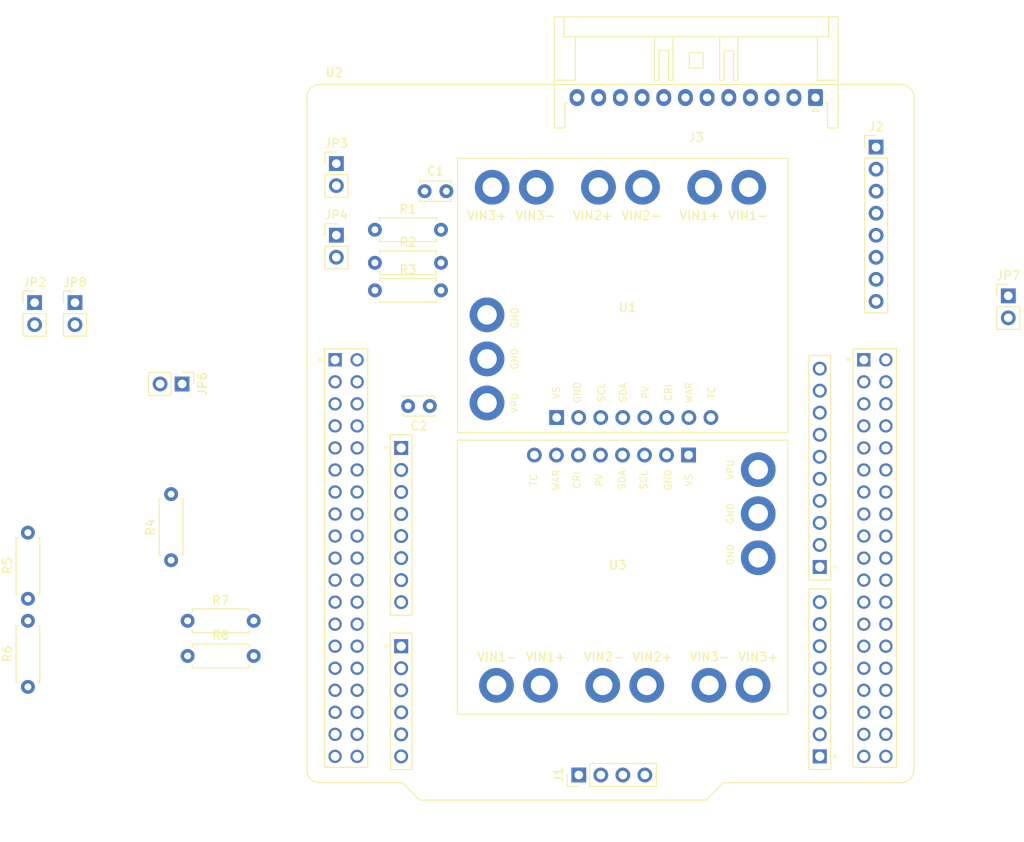
<source format=kicad_pcb>
(kicad_pcb (version 20211014) (generator pcbnew)
  (layers (0 "F.Cu" signal) (31 "B.Cu" signal) (34 "B.Paste" user) (35 "F.Paste" user) (36 "B.SilkS" user "B.Silkscreen") (37 "F.SilkS" user "F.Silkscreen") (38 "B.Mask" user) (39 "F.Mask" user) (44 "Edge.Cuts" user))
  (net 0 "")
  (net 1 "GND")
  (net 2 "5VCPU")
  (net 3 "3V3")
  (net 4 "Net-(JP8-Pad2)")
  (net 5 "Net-(R1-Pad2)")
  (net 6 "Net-(R2-Pad2)")
  (net 7 "Net-(R3-Pad2)")
  (net 59 "Net-(JP2-Pad2)")
  (net 60 "Net-(JP3-Pad2)")
  (net 61 "Net-(JP4-Pad2)")
  (net 62 "SPICLK")
  (net 63 "MISO")
  (net 64 "MOSI")
  (net 65 "I1A")
  (net 66 "I1B")
  (net 67 "I3A")
  (net 68 "I3B")
  (net 70 "I2C3_SDA")
  (net 71 "I2C3_SCL")
  (net 73 "Net-(R5-Pad2)")
  (net 74 "I2C3_CK")
  (net 75 "Net-(R6-Pad2)")
  (net 76 "I2C3_DTA")
  (net 78 "+12V")
  (net 79 "+5V")
  (net 80 "Net-(U2-PadCN7_4)")
  (net 81 "Net-(U2-PadCN10_2)")
  (net 87 "Net-(U3-Pad6)")
  (net 88 "+3V3")
  (net 89 "I5B")
  (net 90 "I6B")
  (net 91 "TRACK0_1")
  (net 92 "TRACK1_1")
  (net 93 "TRACK2_0")
  (net 94 "TRACK2_1")
  (net 95 "TRACK3_0")
  (net 96 "TRACK3_1")
  (net 97 "I2B")
  (net 98 "I4B")
  (footprint "Resistor_THT:R_Axial_DIN0207_L6.3mm_D2.5mm_P7.62mm_Horizontal" (layer "F.Cu") (at 80.01 87.63)
    (fp_text reference "R3" (at 3.81 -2.37) (layer "F.SilkS"))
    (fp_text value "10k")
    (fp_line (start 0.54 -1.04) (end 0.54 -1.37) (layer "F.SilkS") (width 0.12))
    (fp_line (start 0.54 -1.37) (end 7.08 -1.37) (layer "F.SilkS") (width 0.12))
    (fp_line (start 7.08 1.37) (end 7.08 1.04) (layer "F.SilkS") (width 0.12))
    (fp_line (start 0.54 1.04) (end 0.54 1.37) (layer "F.SilkS") (width 0.12))
    (fp_line (start 0.54 1.37) (end 7.08 1.37) (layer "F.SilkS") (width 0.12))
    (fp_line (start 7.08 -1.37) (end 7.08 -1.04) (layer "F.SilkS") (width 0.12))
    (pad "1" thru_hole circle (at 0 0) (size 1.6 1.6) (drill 0.8) (layers *.Cu *.Mask) (net 3 "3V3"))
    (pad "2" thru_hole oval (at 7.62 0) (size 1.6 1.6) (drill 0.8) (layers *.Cu *.Mask) (net 7 "Net-(R3-Pad2)"))
  )
  (footprint "Connector_PinHeader_2.54mm:PinHeader_1x02_P2.54mm_Vertical" (layer "F.Cu") (at 153.035 88.26)
    (fp_text reference "JP7" (at 0 -2.33) (layer "F.SilkS"))
    (fp_text value "SJ")
    (fp_line (start -1.33 0) (end -1.33 -1.33) (layer "F.SilkS") (width 0.12))
    (fp_line (start -1.33 1.27) (end -1.33 3.87) (layer "F.SilkS") (width 0.12))
    (fp_line (start 1.33 1.27) (end 1.33 3.87) (layer "F.SilkS") (width 0.12))
    (fp_line (start -1.33 1.27) (end 1.33 1.27) (layer "F.SilkS") (width 0.12))
    (fp_line (start -1.33 3.87) (end 1.33 3.87) (layer "F.SilkS") (width 0.12))
    (fp_line (start -1.33 -1.33) (end 0 -1.33) (layer "F.SilkS") (width 0.12))
    (pad "1" thru_hole rect (at 0 0) (size 1.7 1.7) (drill 1) (layers *.Cu *.Mask) (net 74 "I2C3_CK"))
    (pad "2" thru_hole oval (at 0 2.54) (size 1.7 1.7) (drill 1) (layers *.Cu *.Mask) (net 81 "Net-(U2-PadCN10_2)"))
  )
  (footprint "Connector_PinHeader_2.54mm:PinHeader_1x08_P2.54mm_Vertical" (layer "F.Cu") (at 137.795 71.12)
    (fp_text reference "J2" (at 0 -2.33) (layer "F.SilkS"))
    (fp_text value "Conn_01x08_Female")
    (fp_line (start 1.33 1.27) (end 1.33 19.11) (layer "F.SilkS") (width 0.12))
    (fp_line (start -1.33 1.27) (end 1.33 1.27) (layer "F.SilkS") (width 0.12))
    (fp_line (start -1.33 1.27) (end -1.33 19.11) (layer "F.SilkS") (width 0.12))
    (fp_line (start -1.33 -1.33) (end 0 -1.33) (layer "F.SilkS") (width 0.12))
    (fp_line (start -1.33 0) (end -1.33 -1.33) (layer "F.SilkS") (width 0.12))
    (fp_line (start -1.33 19.11) (end 1.33 19.11) (layer "F.SilkS") (width 0.12))
    (pad "1" thru_hole rect (at 0 0) (size 1.7 1.7) (drill 1) (layers *.Cu *.Mask) (net 65 "I1A"))
    (pad "2" thru_hole oval (at 0 2.54) (size 1.7 1.7) (drill 1) (layers *.Cu *.Mask) (net 91 "TRACK0_1"))
    (pad "3" thru_hole oval (at 0 5.08) (size 1.7 1.7) (drill 1) (layers *.Cu *.Mask) (net 67 "I3A"))
    (pad "4" thru_hole oval (at 0 7.62) (size 1.7 1.7) (drill 1) (layers *.Cu *.Mask) (net 92 "TRACK1_1"))
    (pad "5" thru_hole oval (at 0 10.16) (size 1.7 1.7) (drill 1) (layers *.Cu *.Mask) (net 93 "TRACK2_0"))
    (pad "6" thru_hole oval (at 0 12.7) (size 1.7 1.7) (drill 1) (layers *.Cu *.Mask) (net 94 "TRACK2_1"))
    (pad "7" thru_hole oval (at 0 15.24) (size 1.7 1.7) (drill 1) (layers *.Cu *.Mask) (net 95 "TRACK3_0"))
    (pad "8" thru_hole oval (at 0 17.78) (size 1.7 1.7) (drill 1) (layers *.Cu *.Mask) (net 96 "TRACK3_1"))
  )
  (footprint "Resistor_THT:R_Axial_DIN0207_L6.3mm_D2.5mm_P7.62mm_Horizontal" (layer "F.Cu") (at 40.005 123.19 90)
    (fp_text reference "R5" (at 3.81 -2.37 90) (layer "F.SilkS"))
    (fp_text value "10k")
    (fp_line (start 0.54 -1.37) (end 7.08 -1.37) (layer "F.SilkS") (width 0.12))
    (fp_line (start 0.54 1.04) (end 0.54 1.37) (layer "F.SilkS") (width 0.12))
    (fp_line (start 0.54 -1.04) (end 0.54 -1.37) (layer "F.SilkS") (width 0.12))
    (fp_line (start 7.08 -1.37) (end 7.08 -1.04) (layer "F.SilkS") (width 0.12))
    (fp_line (start 0.54 1.37) (end 7.08 1.37) (layer "F.SilkS") (width 0.12))
    (fp_line (start 7.08 1.37) (end 7.08 1.04) (layer "F.SilkS") (width 0.12))
    (pad "1" thru_hole circle (at 0 0 90) (size 1.6 1.6) (drill 0.8) (layers *.Cu *.Mask) (net 3 "3V3"))
    (pad "2" thru_hole oval (at 7.62 0 90) (size 1.6 1.6) (drill 0.8) (layers *.Cu *.Mask) (net 73 "Net-(R5-Pad2)"))
  )
  (footprint "Resistor_THT:R_Axial_DIN0207_L6.3mm_D2.5mm_P7.62mm_Horizontal" (layer "F.Cu") (at 56.515 118.745 90)
    (fp_text reference "R4" (at 3.81 -2.37 90) (layer "F.SilkS"))
    (fp_text value "10k")
    (fp_line (start 7.08 -1.37) (end 7.08 -1.04) (layer "F.SilkS") (width 0.12))
    (fp_line (start 0.54 1.37) (end 7.08 1.37) (layer "F.SilkS") (width 0.12))
    (fp_line (start 0.54 -1.04) (end 0.54 -1.37) (layer "F.SilkS") (width 0.12))
    (fp_line (start 0.54 -1.37) (end 7.08 -1.37) (layer "F.SilkS") (width 0.12))
    (fp_line (start 0.54 1.04) (end 0.54 1.37) (layer "F.SilkS") (width 0.12))
    (fp_line (start 7.08 1.37) (end 7.08 1.04) (layer "F.SilkS") (width 0.12))
    (pad "1" thru_hole circle (at 0 0 90) (size 1.6 1.6) (drill 0.8) (layers *.Cu *.Mask) (net 3 "3V3"))
    (pad "2" thru_hole oval (at 7.62 0 90) (size 1.6 1.6) (drill 0.8) (layers *.Cu *.Mask) (net 87 "Net-(U3-Pad6)"))
  )
  (footprint "Connector_PinHeader_2.54mm:PinHeader_1x04_P2.54mm_Vertical" (layer "F.Cu") (at 103.515 143.51 90)
    (fp_text reference "J1" (at 0 -2.33 90) (layer "F.SilkS"))
    (fp_text value "Conn_01x04_Female")
    (fp_line (start -1.33 8.95) (end 1.33 8.95) (layer "F.SilkS") (width 0.12))
    (fp_line (start -1.33 1.27) (end -1.33 8.95) (layer "F.SilkS") (width 0.12))
    (fp_line (start -1.33 1.27) (end 1.33 1.27) (layer "F.SilkS") (width 0.12))
    (fp_line (start -1.33 0) (end -1.33 -1.33) (layer "F.SilkS") (width 0.12))
    (fp_line (start -1.33 -1.33) (end 0 -1.33) (layer "F.SilkS") (width 0.12))
    (fp_line (start 1.33 1.27) (end 1.33 8.95) (layer "F.SilkS") (width 0.12))
    (pad "1" thru_hole rect (at 0 0 90) (size 1.7 1.7) (drill 1) (layers *.Cu *.Mask) (net 78 "+12V"))
    (pad "2" thru_hole oval (at 0 2.54 90) (size 1.7 1.7) (drill 1) (layers *.Cu *.Mask) (net 1 "GND"))
    (pad "3" thru_hole oval (at 0 5.08 90) (size 1.7 1.7) (drill 1) (layers *.Cu *.Mask) (net 79 "+5V"))
    (pad "4" thru_hole oval (at 0 7.62 90) (size 1.7 1.7) (drill 1) (layers *.Cu *.Mask) (net 2 "5VCPU"))
  )
  (footprint "Connector_PinHeader_2.54mm:PinHeader_1x02_P2.54mm_Vertical" (layer "F.Cu") (at 57.785 98.425 -90)
    (fp_text reference "JP6" (at 0 -2.33 90) (layer "F.SilkS"))
    (fp_text value "SJ")
    (fp_line (start -1.33 1.27) (end 1.33 1.27) (layer "F.SilkS") (width 0.12))
    (fp_line (start -1.33 -1.33) (end 0 -1.33) (layer "F.SilkS") (width 0.12))
    (fp_line (start -1.33 1.27) (end -1.33 3.87) (layer "F.SilkS") (width 0.12))
    (fp_line (start 1.33 1.27) (end 1.33 3.87) (layer "F.SilkS") (width 0.12))
    (fp_line (start -1.33 3.87) (end 1.33 3.87) (layer "F.SilkS") (width 0.12))
    (fp_line (start -1.33 0) (end -1.33 -1.33) (layer "F.SilkS") (width 0.12))
    (pad "1" thru_hole rect (at 0 0 270) (size 1.7 1.7) (drill 1) (layers *.Cu *.Mask))
    (pad "2" thru_hole oval (at 0 2.54 270) (size 1.7 1.7) (drill 1) (layers *.Cu *.Mask) (net 80 "Net-(U2-PadCN7_4)"))
  )
  (footprint "Resistor_THT:R_Axial_DIN0207_L6.3mm_D2.5mm_P7.62mm_Horizontal" (layer "F.Cu") (at 58.42 129.78)
    (fp_text reference "R8" (at 3.81 -2.37) (layer "F.SilkS"))
    (fp_text value "10k")
    (fp_line (start 7.08 1.37) (end 7.08 1.04) (layer "F.SilkS") (width 0.12))
    (fp_line (start 0.54 1.37) (end 7.08 1.37) (layer "F.SilkS") (width 0.12))
    (fp_line (start 7.08 -1.37) (end 7.08 -1.04) (layer "F.SilkS") (width 0.12))
    (fp_line (start 0.54 1.04) (end 0.54 1.37) (layer "F.SilkS") (width 0.12))
    (fp_line (start 0.54 -1.37) (end 7.08 -1.37) (layer "F.SilkS") (width 0.12))
    (fp_line (start 0.54 -1.04) (end 0.54 -1.37) (layer "F.SilkS") (width 0.12))
    (pad "1" thru_hole circle (at 0 0) (size 1.6 1.6) (drill 0.8) (layers *.Cu *.Mask) (net 70 "I2C3_SDA"))
    (pad "2" thru_hole oval (at 7.62 0) (size 1.6 1.6) (drill 0.8) (layers *.Cu *.Mask) (net 88 "+3V3"))
  )
  (footprint "Connector_PinHeader_2.54mm:PinHeader_1x02_P2.54mm_Vertical" (layer "F.Cu") (at 40.78 89.045)
    (fp_text reference "JP2" (at 0 -2.33) (layer "F.SilkS"))
    (fp_text value "SJ")
    (fp_line (start -1.33 1.27) (end -1.33 3.87) (layer "F.SilkS") (width 0.12))
    (fp_line (start -1.33 3.87) (end 1.33 3.87) (layer "F.SilkS") (width 0.12))
    (fp_line (start -1.33 0) (end -1.33 -1.33) (layer "F.SilkS") (width 0.12))
    (fp_line (start 1.33 1.27) (end 1.33 3.87) (layer "F.SilkS") (width 0.12))
    (fp_line (start -1.33 -1.33) (end 0 -1.33) (layer "F.SilkS") (width 0.12))
    (fp_line (start -1.33 1.27) (end 1.33 1.27) (layer "F.SilkS") (width 0.12))
    (pad "1" thru_hole rect (at 0 0) (size 1.7 1.7) (drill 1) (layers *.Cu *.Mask) (net 63 "MISO"))
    (pad "2" thru_hole oval (at 0 2.54) (size 1.7 1.7) (drill 1) (layers *.Cu *.Mask) (net 59 "Net-(JP2-Pad2)"))
  )
  (footprint "nucleo-64:MODULE_NUCLEO-G491RE" (layer "F.Cu") (at 107.17 105.15)
    (fp_text reference "U2" (at -31.825 -42.635) (layer "F.SilkS"))
    (fp_text value "NUCLEO-G491RE")
    (fp_line (start -22.88 21.99) (end -25.38 21.99) (layer "F.SilkS") (width 0.127))
    (fp_line (start 25.38 16.91) (end 22.88 16.91) (layer "F.SilkS") (width 0.127))
    (fp_line (start -27.98 37.48) (end -27.98 -10.78) (layer "F.SilkS") (width 0.127))
    (fp_line (start -35 37.75) (end -35 -39.75) (layer "F.SilkS") (width 0.127))
    (fp_line (start 22.88 15.89) (end 25.38 15.89) (layer "F.SilkS") (width 0.127))
    (fp_line (start -32.98 37.48) (end -27.98 37.48) (layer "F.SilkS") (width 0.127))
    (fp_line (start 22.88 -10.01) (end 22.88 15.89) (layer "F.SilkS") (width 0.127))
    (fp_line (start -22 41.25) (end -24 39.25) (layer "F.SilkS") (width 0.127))
    (fp_line (start -22.88 19.95) (end -22.88 -0.87) (layer "F.SilkS") (width 0.127))
    (fp_line (start -25.38 21.99) (end -25.38 37.73) (layer "F.SilkS") (width 0.127))
    (fp_line (start -25.38 19.95) (end -22.88 19.95) (layer "F.SilkS") (width 0.127))
    (fp_line (start 25.38 15.89) (end 25.38 -10.01) (layer "F.SilkS") (width 0.127))
    (fp_line (start 33.5 39.25) (end 13 39.25) (layer "F.SilkS") (width 0.127))
    (fp_line (start 32.98 37.48) (end 32.98 -10.78) (layer "F.SilkS") (width 0.127))
    (fp_line (start 25.38 -10.01) (end 22.88 -10.01) (layer "F.SilkS") (width 0.127))
    (fp_line (start -22.88 -0.87) (end -25.38 -0.87) (layer "F.SilkS") (width 0.127))
    (fp_line (start 22.88 16.91) (end 22.88 37.73) (layer "F.SilkS") (width 0.127))
    (fp_line (start -33.5 -41.25) (end 33.5 -41.25) (layer "F.SilkS") (width 0.127))
    (fp_line (start 35 -39.75) (end 35 37.75) (layer "F.SilkS") (width 0.127))
    (fp_line (start 13 39.25) (end 11 41.25) (layer "F.SilkS") (width 0.127))
    (fp_line (start -27.98 -10.78) (end -32.98 -10.78) (layer "F.SilkS") (width 0.127))
    (fp_line (start -22.88 37.73) (end -22.88 21.99) (layer "F.SilkS") (width 0.127))
    (fp_line (start 11 41.25) (end -22 41.25) (layer "F.SilkS") (width 0.127))
    (fp_line (start -25.38 -0.87) (end -25.38 19.95) (layer "F.SilkS") (width 0.127))
    (fp_line (start -32.98 -10.78) (end -32.98 37.48) (layer "F.SilkS") (width 0.127))
    (fp_line (start 22.88 37.73) (end 25.38 37.73) (layer "F.SilkS") (width 0.127))
    (fp_line (start 27.98 37.48) (end 32.98 37.48) (layer "F.SilkS") (width 0.127))
    (fp_line (start 32.98 -10.78) (end 27.98 -10.78) (layer "F.SilkS") (width 0.127))
    (fp_line (start 25.38 37.73) (end 25.38 16.91) (layer "F.SilkS") (width 0.127))
    (fp_line (start -24 39.25) (end -33.5 39.25) (layer "F.SilkS") (width 0.127))
    (fp_line (start 27.98 -10.78) (end 27.98 37.48) (layer "F.SilkS") (width 0.127))
    (fp_line (start -25.38 37.73) (end -22.88 37.73) (layer "F.SilkS") (width 0.127))
    (fp_arc (start 33.5 -41.25) (mid 34.56066 -40.81066) (end 35 -39.75) (layer "F.SilkS") (width 0.127))
    (fp_arc (start -35 -39.75) (mid -34.56066 -40.81066) (end -33.5 -41.25) (layer "F.SilkS") (width 0.127))
    (fp_arc (start 35 37.75) (mid 34.56066 38.81066) (end 33.5 39.25) (layer "F.SilkS") (width 0.127))
    (fp_arc (start -33.5 39.25) (mid -34.56066 38.81066) (end -35 37.75) (layer "F.SilkS") (width 0.127))
    (fp_circle (center 27.46 -9.51) (end 27.56 -9.51) (layer "F.SilkS") (width 0.2) (fill none))
    (fp_circle (center -25.88 23.51) (end -25.78 23.51) (layer "F.SilkS") (width 0.2) (fill none))
    (fp_circle (center -25.88 0.65) (end -25.78 0.65) (layer "F.SilkS") (width 0.2) (fill none))
    (fp_circle (center 25.88 14.37) (end 25.98 14.37) (layer "F.SilkS") (width 0.2) (fill none))
    (fp_circle (center -33.5 -9.51) (end -33.4 -9.51) (layer "F.SilkS") (width 0.2) (fill none))
    (fp_circle (center 25.88 36.21) (end 25.98 36.21) (layer "F.SilkS") (width 0.2) (fill none))
    (pad "" np_thru_hole circle (at -24.13 -13.32) (size 3 3) (drill 3) (layers *.Cu *.Mask))
    (pad "" np_thru_hole circle (at 8.89 38.75) (size 3 3) (drill 3) (layers *.Cu *.Mask))
    (pad "" np_thru_hole circle (at 24.13 -12.05) (size 3 3) (drill 3) (layers *.Cu *.Mask))
    (pad "CN5_1" thru_hole rect (at 24.13 14.37) (size 1.605 1.605) (drill 1.07) (layers *.Cu *.Mask))
    (pad "CN5_2" thru_hole circle (at 24.13 11.83) (size 1.605 1.605) (drill 1.07) (layers *.Cu *.Mask))
    (pad "CN5_3" thru_hole circle (at 24.13 9.29) (size 1.605 1.605) (drill 1.07) (layers *.Cu *.Mask))
    (pad "CN5_4" thru_hole circle (at 24.13 6.75) (size 1.605 1.605) (drill 1.07) (layers *.Cu *.Mask))
    (pad "CN5_5" thru_hole circle (at 24.13 4.21) (size 1.605 1.605) (drill 1.07) (layers *.Cu *.Mask))
    (pad "CN5_6" thru_hole circle (at 24.13 1.67) (size 1.605 1.605) (drill 1.07) (layers *.Cu *.Mask))
    (pad "CN5_7" thru_hole circle (at 24.13 -0.87) (size 1.605 1.605) (drill 1.07) (layers *.Cu *.Mask))
    (pad "CN5_8" thru_hole circle (at 24.13 -3.41) (size 1.605 1.605) (drill 1.07) (layers *.Cu *.Mask))
    (pad "CN5_9" thru_hole circle (at 24.13 -5.95) (size 1.605 1.605) (drill 1.07) (layers *.Cu *.Mask))
    (pad "CN5_10" thru_hole circle (at 24.13 -8.49) (size 1.605 1.605) (drill 1.07) (layers *.Cu *.Mask))
    (pad "CN6_1" thru_hole rect (at -24.13 0.65) (size 1.605 1.605) (drill 1.07) (layers *.Cu *.Mask))
    (pad "CN6_2" thru_hole circle (at -24.13 3.19) (size 1.605 1.605) (drill 1.07) (layers *.Cu *.Mask))
    (pad "CN6_3" thru_hole circle (at -24.13 5.73) (size 1.605 1.605) (drill 1.07) (layers *.Cu *.Mask))
    (pad "CN6_4" thru_hole circle (at -24.13 8.27) (size 1.605 1.605) (drill 1.07) (layers *.Cu *.Mask))
    (pad "CN6_5" thru_hole circle (at -24.13 10.81) (size 1.605 1.605) (drill 1.07) (layers *.Cu *.Mask))
    (pad "CN6_6" thru_hole circle (at -24.13 13.35) (size 1.605 1.605) (drill 1.07) (layers *.Cu *.Mask))
    (pad "CN6_7" thru_hole circle (at -24.13 15.89) (size 1.605 1.605) (drill 1.07) (layers *.Cu *.Mask))
    (pad "CN6_8" thru_hole circle (at -24.13 18.43) (size 1.605 1.605) (drill 1.07) (layers *.Cu *.Mask))
    (pad "CN7_1" thru_hole rect (at -31.75 -9.51) (size 1.53 1.53) (drill 1.02) (layers *.Cu *.Mask) (net 60 "Net-(JP3-Pad2)"))
    (pad "CN7_2" thru_hole circle (at -29.21 -9.51) (size 1.53 1.53) (drill 1.02) (layers *.Cu *.Mask) (net 59 "Net-(JP2-Pad2)"))
    (pad "CN7_3" thru_hole circle (at -31.75 -6.97) (size 1.53 1.53) (drill 1.02) (layers *.Cu *.Mask) (net 61 "Net-(JP4-Pad2)"))
    (pad "CN7_4" thru_hole circle (at -29.21 -6.97) (size 1.53 1.53) (drill 1.02) (layers *.Cu *.Mask) (net 80 "Net-(U2-PadCN7_4)"))
    (pad "CN7_5" thru_hole circle (at -31.75 -4.43) (size 1.53 1.53) (drill 1.02) (layers *.Cu *.Mask))
    (pad "CN7_6" thru_hole circle (at -29.21 -4.43) (size 1.53 1.53) (drill 1.02) (layers *.Cu *.Mask))
    (pad "CN7_7" thru_hole circle (at -31.75 -1.89) (size 1.53 1.53) (drill 1.02) (layers *.Cu *.Mask))
    (pad "CN7_8" thru_hole circle (at -29.21 -1.89) (size 1.53 1.53) (drill 1.02) (layers *.Cu *.Mask) (net 1 "GND"))
    (pad "CN7_9" thru_hole circle (at -31.75 0.65) (size 1.53 1.53) (drill 1.02) (layers *.Cu *.Mask))
    (pad "CN7_10" thru_hole circle (at -29.21 0.65) (size 1.53 1.53) (drill 1.02) (layers *.Cu *.Mask))
    (pad "CN7_11" thru_hole circle (at -31.75 3.19) (size 1.53 1.53) (drill 1.02) (layers *.Cu *.Mask))
    (pad "CN7_12" thru_hole circle (at -29.21 3.19) (size 1.53 1.53) (drill 1.02) (layers *.Cu *.Mask))
    (pad "CN7_13" thru_hole circle (at -31.75 5.73) (size 1.53 1.53) (drill 1.02) (layers *.Cu *.Mask))
    (pad "CN7_14" thru_hole circle (at -29.21 5.73) (size 1.53 1.53) (drill 1.02) (layers *.Cu *.Mask))
    (pad "CN7_15" thru_hole circle (at -31.75 8.27) (size 1.53 1.53) (drill 1.02) (layers *.Cu *.Mask))
    (pad "CN7_16" thru_hole circle (at -29.21 8.27) (size 1.53 1.53) (drill 1.02) (layers *.Cu *.Mask) (net 3 "3V3"))
    (pad "CN7_17" thru_hole circle (at -31.75 10.81) (size 1.53 1.53) (drill 1.02) (layers *.Cu *.Mask))
    (pad "CN7_18" thru_hole circle (at -29.21 10.81) (size 1.53 1.53) (drill 1.02) (layers *.Cu *.Mask) (net 2 "5VCPU"))
    (pad "CN7_19" thru_hole circle (at -31.75 13.35) (size 1.53 1.53) (drill 1.02) (layers *.Cu *.Mask))
    (pad "CN7_20" thru_hole circle (at -29.21 13.35) (size 1.53 1.53) (drill 1.02) (layers *.Cu *.Mask))
    (pad "CN7_21" thru_hole circle (at -31.75 15.89) (size 1.53 1.53) (drill 1.02) (layers *.Cu *.Mask))
    (pad "CN7_22" thru_hole circle (at -29.21 15.89) (size 1.53 1.53) (drill 1.02) (layers *.Cu *.Mask))
    (pad "CN7_23" thru_hole circle (at -31.75 18.43) (size 1.53 1.53) (drill 1.02) (layers *.Cu *.Mask))
    (pad "CN7_24" thru_hole circle (at -29.21 18.43) (size 1.53 1.53) (drill 1.02) (layers *.Cu *.Mask))
    (pad "CN7_25" thru_hole circle (at -31.75 20.97) (size 1.53 1.53) (drill 1.02) (layers *.Cu *.Mask))
    (pad "CN7_26" thru_hole circle (at -29.21 20.97) (size 1.53 1.53) (drill 1.02) (layers *.Cu *.Mask))
    (pad "CN7_27" thru_hole circle (at -31.75 23.51) (size 1.53 1.53) (drill 1.02) (layers *.Cu *.Mask))
    (pad "CN7_28" thru_hole circle (at -29.21 23.51) (size 1.53 1.53) (drill 1.02) (layers *.Cu *.Mask))
    (pad "CN7_29" thru_hole circle (at -31.75 26.05) (size 1.53 1.53) (drill 1.02) (layers *.Cu *.Mask))
    (pad "CN7_30" thru_hole circle (at -29.21 26.05) (size 1.53 1.53) (drill 1.02) (layers *.Cu *.Mask))
    (pad "CN7_31" thru_hole circle (at -31.75 28.59) (size 1.53 1.53) (drill 1.02) (layers *.Cu *.Mask))
    (pad "CN7_32" thru_hole circle (at -29.21 28.59) (size 1.53 1.53) (drill 1.02) (layers *.Cu *.Mask))
    (pad "CN7_33" thru_hole circle (at -31.75 31.13) (size 1.53 1.53) (drill 1.02) (layers *.Cu *.Mask))
    (pad "CN7_34" thru_hole circle (at -29.21 31.13) (size 1.53 1.53) (drill 1.02) (layers *.Cu *.Mask))
    (pad "CN7_35" thru_hole circle (at -31.75 33.67) (size 1.53 1.53) (drill 1.02) (layers *.Cu *.Mask))
    (pad "CN7_36" thru_hole circle (at -29.21 33.67) (size 1.53 1.53) (drill 1.02) (layers *.Cu *.Mask))
    (pad "CN7_37" thru_hole circle (at -31.75 36.21) (size 1.53 1.53) (drill 1.02) (layers *.Cu *.Mask))
    (pad "CN7_38" thru_hole circle (at -29.21 36.21) (size 1.53 1.53) (drill 1.02) (layers *.Cu *.Mask))
    (pad "CN8_1" thru_hole rect (at -24.13 23.51) (size 1.605 1.605) (drill 1.07) (layers *.Cu *.Mask))
    (pad "CN8_2" thru_hole circle (at -24.13 26.05) (size 1.605 1.605) (drill 1.07) (layers *.Cu *.Mask))
    (pad "CN8_3" thru_hole circle (at -24.13 28.59) (size 1.605 1.605) (drill 1.07) (layers *.Cu *.Mask))
    (pad "CN8_4" thru_hole circle (at -24.13 31.13) (size 1.605 1.605) (drill 1.07) (layers *.Cu *.Mask))
    (pad "CN8_5" thru_hole circle (at -24.13 33.67) (size 1.605 1.605) (drill 1.07) (layers *.Cu *.Mask))
    (pad "CN8_6" thru_hole circle (at -24.13 36.21) (size 1.605 1.605) (drill 1.07) (layers *.Cu *.Mask))
    (pad "CN9_1" thru_hole rect (at 24.13 36.21) (size 1.605 1.605) (drill 1.07) (layers *.Cu *.Mask))
    (pad "CN9_2" thru_hole circle (at 24.13 33.67) (size 1.605 1.605) (drill 1.07) (layers *.Cu *.Mask))
    (pad "CN9_3" thru_hole circle (at 24.13 31.13) (size 1.605 1.605) (drill 1.07) (layers *.Cu *.Mask))
    (pad "CN9_4" thru_hole circle (at 24.13 28.59) (size 1.605 1.605) (drill 1.07) (layers *.Cu *.Mask))
    (pad "CN9_5" thru_hole circle (at 24.13 26.05) (size 1.605 1.605) (drill 1.07) (layers *.Cu *.Mask))
    (pad "CN9_6" thru_hole circle (at 24.13 23.51) (size 1.605 1.605) (drill 1.07) (layers *.Cu *.Mask))
    (pad "CN9_7" thru_hole circle (at 24.13 20.97) (size 1.605 1.605) (drill 1.07) (layers *.Cu *.Mask))
    (pad "CN9_8" thru_hole circle (at 24.13 18.43) (size 1.605 1.605) (drill 1.07) (layers *.Cu *.Mask))
    (pad "CN10_1" thru_hole rect (at 29.21 -9.51) (size 1.53 1.53) (drill 1.02) (layers *.Cu *.Mask) (net 4 "Net-(JP8-Pad2)"))
    (pad "CN10_2" thru_hole circle (at 31.75 -9.51) (size 1.53 1.53) (drill 1.02) (layers *.Cu *.Mask) (net 81 "Net-(U2-PadCN10_2)"))
    (pad "CN10_3" thru_hole circle (at 29.21 -6.97) (size 1.53 1.53) (drill 1.02) (layers *.Cu *.Mask))
    (pad "CN10_4" thru_hole circle (at 31.75 -6.97) (size 1.53 1.53) (drill 1.02) (layers *.Cu *.Mask))
    (pad "CN10_5" thru_hole circle (at 29.21 -4.43) (size 1.53 1.53) (drill 1.02) (layers *.Cu *.Mask))
    (pad "CN10_6" thru_hole circle (at 31.75 -4.43) (size 1.53 1.53) (drill 1.02) (layers *.Cu *.Mask))
    (pad "CN10_7" thru_hole circle (at 29.21 -1.89) (size 1.53 1.53) (drill 1.02) (layers *.Cu *.Mask))
    (pad "CN10_8" thru_hole circle (at 31.75 -1.89) (size 1.53 1.53) (drill 1.02) (layers *.Cu *.Mask))
    (pad "CN10_9" thru_hole circle (at 29.21 0.65) (size 1.53 1.53) (drill 1.02) (layers *.Cu *.Mask))
    (pad "CN10_10" thru_hole circle (at 31.75 0.65) (size 1.53 1.53) (drill 1.02) (layers *.Cu *.Mask))
    (pad "CN10_11" thru_hole circle (at 29.21 3.19) (size 1.53 1.53) (drill 1.02) (layers *.Cu *.Mask))
    (pad "CN10_12" thru_hole circle (at 31.75 3.19) (size 1.53 1.53) (drill 1.02) (layers *.Cu *.Mask))
    (pad "CN10_13" thru_hole circle (at 29.21 5.73) (size 1.53 1.53) (drill 1.02) (layers *.Cu *.Mask))
    (pad "CN10_14" thru_hole circle (at 31.75 5.73) (size 1.53 1.53) (drill 1.02) (layers *.Cu *.Mask))
    (pad "CN10_15" thru_hole circle (at 29.21 8.27) (size 1.53 1.53) (drill 1.02) (layers *.Cu *.Mask))
    (pad "CN10_16" thru_hole circle (at 31.75 8.27) (size 1.53 1.53) (drill 1.02) (layers *.Cu *.Mask))
    (pad "CN10_17" thru_hole circle (at 29.21 10.81) (size 1.53 1.53) (drill 1.02) (layers *.Cu *.Mask))
    (pad "CN10_18" thru_hole circle (at 31.75 10.81) (size 1.53 1.53) (drill 1.02) (layers *.Cu *.Mask))
    (pad "CN10_19" thru_hole circle (at 29.21 13.35) (size 1.53 1.53) (drill 1.02) (layers *.Cu *.Mask))
    (pad "CN10_20" thru_hole circle (at 31.75 13.35) (size 1.53 1.53) (drill 1.02) (layers *.Cu *.Mask) (net 1 "GND"))
    (pad "CN10_21" thru_hole circle (at 29.21 15.89) (size 1.53 1.53) (drill 1.02) (layers *.Cu *.Mask))
    (pad "CN10_22" thru_hole circle (at 31.75 15.89) (size 1.53 1.53) (drill 1.02) (layers *.Cu *.Mask))
    (pad "CN10_23" thru_hole circle (at 29.21 18.43) (size 1.53 1.53) (drill 1.02) (layers *.Cu *.Mask))
    (pad "CN10_24" thru_hole circle (at 31.75 18.43) (size 1.53 1.53) (drill 1.02) (layers *.Cu *.Mask))
    (pad "CN10_25" thru_hole circle (at 29.21 20.97) (size 1.53 1.53) (drill 1.02) (layers *.Cu *.Mask))
    (pad "CN10_26" thru_hole circle (at 31.75 20.97) (size 1.53 1.53) (drill 1.02) (layers *.Cu *.Mask))
    (pad "CN10_27" thru_hole circle (at 29.21 23.51) (size 1.53 1.53) (drill 1.02) (layers *.Cu *.Mask))
    (pad "CN10_28" thru_hole circle (at 31.75 23.51) (size 1.53 1.53) (drill 1.02) (layers *.Cu *.Mask))
    (pad "CN10_29" thru_hole circle (at 29.21 26.05) (size 1.53 1.53) (drill 1.02) (layers *.Cu *.Mask))
    (pad "CN10_30" thru_hole circle (at 31.75 26.05) (size 1.53 1.53) (drill 1.02) (layers *.Cu *.Mask))
    (pad "CN10_31" thru_hole circle (at 29.21 28.59) (size 1.53 1.53) (drill 1.02) (layers *.Cu *.Mask))
    (pad "CN10_32" thru_hole circle (at 31.75 28.59) (size 1.53 1.53) (drill 1.02) (layers *.Cu *.Mask))
    (pad "CN10_33" thru_hole circle (at 29.21 31.13) (size 1.53 1.53) (drill 1.02) (layers *.Cu *.Mask))
    (pad "CN10_34" thru_hole circle (at 31.75 31.13) (size 1.53 1.53) (drill 1.02) (layers *.Cu *.Mask))
    (pad "CN10_35" thru_hole circle (at 29.21 33.67) (size 1.53 1.53) (drill 1.02) (layers *.Cu *.Mask))
    (pad "CN10_36" thru_hole circle (at 31.75 33.67) (size 1.53 1.53) (drill 1.02) (layers *.Cu *.Mask))
    (pad "CN10_37" thru_hole circle (at 29.21 36.21) (size 1.53 1.53) (drill 1.02) (layers *.Cu *.Mask))
    (pad "CN10_38" thru_hole circle (at 31.75 36.21) (size 1.53 1.53) (drill 1.02) (layers *.Cu *.Mask))
  )
  (footprint "Capacitor_THT:C_Disc_D3.4mm_W2.1mm_P2.50mm" (layer "F.Cu") (at 86.34 100.965 180)
    (fp_text reference "C2" (at 1.25 -2.3) (layer "F.SilkS"))
    (fp_text value "100nF")
    (fp_line (start -0.57 0.925) (end -0.57 1.17) (layer "F.SilkS") (width 0.12))
    (fp_line (start 3.07 0.925) (end 3.07 1.17) (layer "F.SilkS") (width 0.12))
    (fp_line (start -0.57 -1.17) (end 3.07 -1.17) (layer "F.SilkS") (width 0.12))
    (fp_line (start 3.07 -1.17) (end 3.07 -0.925) (layer "F.SilkS") (width 0.12))
    (fp_line (start -0.57 -1.17) (end -0.57 -0.925) (layer "F.SilkS") (width 0.12))
    (fp_line (start -0.57 1.17) (end 3.07 1.17) (layer "F.SilkS") (width 0.12))
    (pad "1" thru_hole circle (at 0 0 180) (size 1.6 1.6) (drill 0.8) (layers *.Cu *.Mask) (net 1 "GND"))
    (pad "2" thru_hole circle (at 2.5 0 180) (size 1.6 1.6) (drill 0.8) (layers *.Cu *.Mask) (net 3 "3V3"))
  )
  (footprint "jwm_kicad_footprints_misc:INA3221_Module" (layer "F.Cu") (at 100.935 102.235 180)
    (fp_text reference "U1" (at -8.2 12.62) (layer "F.SilkS"))
    (fp_text value "INA3221_Module")
    (fp_text user "VS" (at 0 2.82 90) (layer "F.SilkS") (effects (font (size 0.8 0.8) (thickness 0.11))))
    (fp_text user "VIN2-" (at -9.8 23.22) (layer "F.SilkS"))
    (fp_text user "SCL" (at -5.2 2.82 90) (layer "F.SilkS") (effects (font (size 0.8 0.8) (thickness 0.11))))
    (fp_text user "VIN3+" (at 8 23.22) (layer "F.SilkS"))
    (fp_text user "SDA" (at -7.7 2.82 90) (layer "F.SilkS") (effects (font (size 0.8 0.8) (thickness 0.11))))
    (fp_text user "GND" (at 4.8 6.7 90) (layer "F.SilkS") (effects (font (size 0.8 0.8) (thickness 0.11))))
    (fp_text user "TC" (at -17.9 2.82 90) (layer "F.SilkS") (effects (font (size 0.8 0.8) (thickness 0.11))))
    (fp_text user "VIN1-" (at -22.1 23.22) (layer "F.SilkS"))
    (fp_text user "GND" (at -2.4 2.82 90) (layer "F.SilkS") (effects (font (size 0.8 0.8) (thickness 0.11))))
    (fp_text user "PV" (at -10.3 2.82 90) (layer "F.SilkS") (effects (font (size 0.8 0.8) (thickness 0.11))))
    (fp_text user "WAR" (at -15.3 2.82 90) (layer "F.SilkS") (effects (font (size 0.8 0.8) (thickness 0.11))))
    (fp_text user "VIN1+" (at -16.5 23.22) (layer "F.SilkS"))
    (fp_text user "GND" (at 4.8 11.42 90) (layer "F.SilkS") (effects (font (size 0.8 0.8) (thickness 0.11))))
    (fp_text user "VIN3-" (at 2.4 23.22) (layer "F.SilkS"))
    (fp_text user "CRI" (at -12.9 2.82 90) (layer "F.SilkS") (effects (font (size 0.8 0.8) (thickness 0.11))))
    (fp_text user "VIN2+" (at -4.2 23.22) (layer "F.SilkS"))
    (fp_text user "VPU" (at 4.8 1.62 90) (layer "F.SilkS") (effects (font (size 0.8 0.8) (thickness 0.11))))
    (fp_line (start -26.7 29.82) (end -26.7 -1.78) (layer "F.SilkS") (width 0.12))
    (fp_line (start 11.4 -1.78) (end 11.4 29.82) (layer "F.SilkS") (width 0.12))
    (fp_line (start 11.4 29.82) (end -26.7 29.82) (layer "F.SilkS") (width 0.12))
    (fp_line (start -26.7 -1.78) (end 11.4 -1.78) (layer "F.SilkS") (width 0.12))
    (pad "1" thru_hole rect locked (at -0.03 -0.06) (size 1.7 1.7) (drill 1) (layers *.Cu *.Mask) (net 3 "3V3"))
    (pad "2" thru_hole circle locked (at 8 11.78) (size 4 4) (drill 2.25) (layers *.Cu *.Mask) (net 1 "GND"))
    (pad "2" thru_hole circle locked (at -2.57 -0.06) (size 1.7 1.7) (drill 1) (layers *.Cu *.Mask) (net 1 "GND"))
    (pad "2" thru_hole circle locked (at 8 6.7) (size 4 4) (drill 2.25) (layers *.Cu *.Mask) (net 1 "GND"))
    (pad "3" thru_hole circle locked (at -5.11 -0.06) (size 1.7 1.7) (drill 1) (layers *.Cu *.Mask) (net 71 "I2C3_SCL"))
    (pad "4" thru_hole circle locked (at -7.65 -0.06) (size 1.7 1.7) (drill 1) (layers *.Cu *.Mask) (net 70 "I2C3_SDA"))
    (pad "5" thru_hole circle locked (at -10.19 -0.06) (size 1.7 1.7) (drill 1) (layers *.Cu *.Mask))
    (pad "6" thru_hole circle locked (at -12.73 -0.06) (size 1.7 1.7) (drill 1) (layers *.Cu *.Mask) (net 5 "Net-(R1-Pad2)"))
    (pad "7" thru_hole circle locked (at -15.27 -0.06) (size 1.7 1.7) (drill 1) (layers *.Cu *.Mask) (net 6 "Net-(R2-Pad2)"))
    (pad "8" thru_hole circle locked (at -17.81 -0.06) (size 1.7 1.7) (drill 1) (layers *.Cu *.Mask) (net 7 "Net-(R3-Pad2)"))
    (pad "9" thru_hole circle locked (at -22.18 26.49) (size 4 4) (drill 2.25) (layers *.Cu *.Mask) (net 65 "I1A"))
    (pad "10" thru_hole circle locked (at -17.1 26.49) (size 4 4) (drill 2.25) (layers *.Cu *.Mask) (net 66 "I1B"))
    (pad "11" thru_hole circle locked (at -9.93 26.49) (size 4 4) (drill 2.25) (layers *.Cu *.Mask) (net 65 "I1A"))
    (pad "12" thru_hole circle locked (at -4.85 26.49) (size 4 4) (drill 2.25) (layers *.Cu *.Mask) (net 97 "I2B"))
    (pad "13" thru_hole circle locked (at 2.32 26.49) (size 4 4) (drill 2.25) (layers *.Cu *.Mask) (net 67 "I3A"))
    (pad "14" thru_hole circle locked (at 7.4 26.49) (size 4 4) (drill 2.25) (layers *.Cu *.Mask) (net 68 "I3B"))
    (pad "15" thru_hole circle locked (at 8 1.62) (size 4 4) (drill 2.25) (layers *.Cu *.Mask) (net 3 "3V3"))
  )
  (footprint "Connector_PinHeader_2.54mm:PinHeader_1x02_P2.54mm_Vertical" (layer "F.Cu") (at 45.43 89.045)
    (fp_text reference "JP8" (at 0 -2.33) (layer "F.SilkS"))
    (fp_text value "SJ")
    (fp_line (start -1.33 1.27) (end -1.33 3.87) (layer "F.SilkS") (width 0.12))
    (fp_line (start -1.33 0) (end -1.33 -1.33) (layer "F.SilkS") (width 0.12))
    (fp_line (start 1.33 1.27) (end 1.33 3.87) (layer "F.SilkS") (width 0.12))
    (fp_line (start -1.33 1.27) (end 1.33 1.27) (layer "F.SilkS") (width 0.12))
    (fp_line (start -1.33 -1.33) (end 0 -1.33) (layer "F.SilkS") (width 0.12))
    (fp_line (start -1.33 3.87) (end 1.33 3.87) (layer "F.SilkS") (width 0.12))
    (pad "1" thru_hole rect (at 0 0) (size 1.7 1.7) (drill 1) (layers *.Cu *.Mask) (net 76 "I2C3_DTA"))
    (pad "2" thru_hole oval (at 0 2.54) (size 1.7 1.7) (drill 1) (layers *.Cu *.Mask) (net 4 "Net-(JP8-Pad2)"))
  )
  (footprint "Connector_JST:JST_XA_S12B-XASK-1N-BN_1x12_P2.50mm_Horizontal" (layer "F.Cu") (at 130.81 65.405 180)
    (fp_text reference "J3" (at 13.75 -4.6) (layer "F.SilkS"))
    (fp_text value "Conn_01x12_Female")
    (fp_line (start 11.05 2) (end 10.55 2) (layer "F.SilkS") (width 0.12))
    (fp_line (start 10.55 5.41) (end 9.45 5.41) (layer "F.SilkS") (width 0.12))
    (fp_line (start 27.7 7.01) (end 27.7 2) (layer "F.SilkS") (width 0.12))
    (fp_line (start 28.89 -0.61) (end 28.61 -0.61) (layer "F.SilkS") (width 0.12))
    (fp_line (start 30.11 -3.51) (end 28.89 -3.51) (layer "F.SilkS") (width 0.12))
    (fp_line (start 27.7 2) (end 30.11 2) (layer "F.SilkS") (width 0.12))
    (fp_line (start 12.95 5.2) (end 12.95 3.4) (layer "F.SilkS") (width 0.12))
    (fp_line (start -1.39 -0.61) (end -1.39 -3.51) (layer "F.SilkS") (width 0.12))
    (fp_line (start 16.95 2) (end 16.95 5.41) (layer "F.SilkS") (width 0.12))
    (fp_line (start 8.95 2) (end 8.95 7.01) (layer "F.SilkS") (width 0.12))
    (fp_line (start -0.2 2) (end -2.61 2) (layer "F.SilkS") (width 0.12))
    (fp_line (start 9.45 2) (end 8.95 2) (layer "F.SilkS") (width 0.12))
    (fp_line (start 0.4 -1.6) (end 0 -1.2) (layer "F.SilkS") (width 0.12))
    (fp_line (start 18.05 2) (end 18.55 2) (layer "F.SilkS") (width 0.12))
    (fp_line (start -0.4 -1.6) (end 0.4 -1.6) (layer "F.SilkS") (width 0.12))
    (fp_line (start 14.55 5.2) (end 12.95 5.2) (layer "F.SilkS") (width 0.12))
    (fp_line (start 9.45 5.41) (end 9.45 2) (layer "F.SilkS") (width 0.12))
    (fp_line (start 18.55 2) (end 18.55 7.01) (layer "F.SilkS") (width 0.12))
    (fp_line (start -2.61 -3.51) (end -2.61 9.31) (layer "F.SilkS") (width 0.12))
    (fp_line (start -1.5 9.31) (end -1.5 7.01) (layer "F.SilkS") (width 0.12))
    (fp_line (start 16.45 7.01) (end 16.45 2) (layer "F.SilkS") (width 0.12))
    (fp_line (start 14.55 3.4) (end 14.55 5.2) (layer "F.SilkS") (width 0.12))
    (fp_line (start 10.55 2) (end 10.55 5.41) (layer "F.SilkS") (width 0.12))
    (fp_line (start 28.89 -3.51) (end 28.89 -0.61) (layer "F.SilkS") (width 0.12))
    (fp_line (start 30.11 9.31) (end 30.11 -3.51) (layer "F.SilkS") (width 0.12))
    (fp_line (start 16.45 2) (end 16.95 2) (layer "F.SilkS") (width 0.12))
    (fp_line (start 12.95 3.4) (end 14.55 3.4) (layer "F.SilkS") (width 0.12))
    (fp_line (start -1.39 -3.51) (end -2.61 -3.51) (layer "F.SilkS") (width 0.12))
    (fp_line (start 11.05 7.01) (end 11.05 2) (layer "F.SilkS") (width 0.12))
    (fp_line (start -0.2 7.01) (end -0.2 2) (layer "F.SilkS") (width 0.12))
    (fp_line (start -2.61 9.31) (end 30.11 9.31) (layer "F.SilkS") (width 0.12))
    (fp_line (start -1.11 -0.61) (end -1.39 -0.61) (layer "F.SilkS") (width 0.12))
    (fp_line (start -1.5 7.01) (end 29 7.01) (layer "F.SilkS") (width 0.12))
    (fp_line (start 16.95 5.41) (end 18.05 5.41) (layer "F.SilkS") (width 0.12))
    (fp_line (start 29 7.01) (end 29 9.31) (layer "F.SilkS") (width 0.12))
    (fp_line (start 18.05 5.41) (end 18.05 2) (layer "F.SilkS") (width 0.12))
    (fp_line (start 0 -1.2) (end -0.4 -1.6) (layer "F.SilkS") (width 0.12))
    (pad "1" thru_hole roundrect (at 0 0 180) (size 1.7 1.95) (drill 0.95) (layers *.Cu *.Mask) (roundrect_rratio 0.147059) (net 91 "TRACK0_1"))
    (pad "2" thru_hole oval (at 2.5 0 180) (size 1.7 1.95) (drill 0.95) (layers *.Cu *.Mask) (net 66 "I1B"))
    (pad "3" thru_hole oval (at 5 0 180) (size 1.7 1.95) (drill 0.95) (layers *.Cu *.Mask) (net 91 "TRACK0_1"))
    (pad "4" thru_hole oval (at 7.5 0 180) (size 1.7 1.95) (drill 0.95) (layers *.Cu *.Mask) (net 97 "I2B"))
    (pad "5" thru_hole oval (at 10 0 180) (size 1.7 1.95) (drill 0.95) (layers *.Cu *.Mask) (net 92 "TRACK1_1"))
    (pad "6" thru_hole oval (at 12.5 0 180) (size 1.7 1.95) (drill 0.95) (layers *.Cu *.Mask) (net 68 "I3B"))
    (pad "7" thru_hole oval (at 15 0 180) (size 1.7 1.95) (drill 0.95) (layers *.Cu *.Mask) (net 92 "TRACK1_1"))
    (pad "8" thru_hole oval (at 17.5 0 180) (size 1.7 1.95) (drill 0.95) (layers *.Cu *.Mask) (net 98 "I4B"))
    (pad "9" thru_hole oval (at 20 0 180) (size 1.7 1.95) (drill 0.95) (layers *.Cu *.Mask) (net 94 "TRACK2_1"))
    (pad "10" thru_hole oval (at 22.5 0 180) (size 1.7 1.95) (drill 0.95) (layers *.Cu *.Mask) (net 89 "I5B"))
    (pad "11" thru_hole oval (at 25 0 180) (size 1.7 1.95) (drill 0.95) (layers *.Cu *.Mask) (net 96 "TRACK3_1"))
    (pad "12" thru_hole oval (at 27.5 0 180) (size 1.7 1.95) (drill 0.95) (layers *.Cu *.Mask) (net 90 "I6B"))
  )
  (footprint "Resistor_THT:R_Axial_DIN0207_L6.3mm_D2.5mm_P7.62mm_Horizontal" (layer "F.Cu") (at 80.01 84.455)
    (fp_text reference "R2" (at 3.81 -2.37) (layer "F.SilkS"))
    (fp_text value "10k")
    (fp_line (start 0.54 1.04) (end 0.54 1.37) (layer "F.SilkS") (width 0.12))
    (fp_line (start 7.08 1.37) (end 7.08 1.04) (layer "F.SilkS") (width 0.12))
    (fp_line (start 0.54 -1.04) (end 0.54 -1.37) (layer "F.SilkS") (width 0.12))
    (fp_line (start 0.54 -1.37) (end 7.08 -1.37) (layer "F.SilkS") (width 0.12))
    (fp_line (start 7.08 -1.37) (end 7.08 -1.04) (layer "F.SilkS") (width 0.12))
    (fp_line (start 0.54 1.37) (end 7.08 1.37) (layer "F.SilkS") (width 0.12))
    (pad "1" thru_hole circle (at 0 0) (size 1.6 1.6) (drill 0.8) (layers *.Cu *.Mask) (net 3 "3V3"))
    (pad "2" thru_hole oval (at 7.62 0) (size 1.6 1.6) (drill 0.8) (layers *.Cu *.Mask) (net 6 "Net-(R2-Pad2)"))
  )
  (footprint "jwm_kicad_footprints_misc:INA3221_Module" (layer "F.Cu") (at 116.205 106.68)
    (fp_text reference "U3" (at -8.2 12.62) (layer "F.SilkS"))
    (fp_text value "INA3221_Module")
    (fp_text user "GND" (at 4.8 6.7 90) (layer "F.SilkS") (effects (font (size 0.8 0.8) (thickness 0.11))))
    (fp_text user "GND" (at -2.4 2.82 90) (layer "F.SilkS") (effects (font (size 0.8 0.8) (thickness 0.11))))
    (fp_text user "GND" (at 4.8 11.42 90) (layer "F.SilkS") (effects (font (size 0.8 0.8) (thickness 0.11))))
    (fp_text user "VIN2+" (at -4.2 23.22) (layer "F.SilkS"))
    (fp_text user "CRI" (at -12.9 2.82 90) (layer "F.SilkS") (effects (font (size 0.8 0.8) (thickness 0.11))))
    (fp_text user "WAR" (at -15.3 2.82 90) (layer "F.SilkS") (effects (font (size 0.8 0.8) (thickness 0.11))))
    (fp_text user "PV" (at -10.3 2.82 90) (layer "F.SilkS") (effects (font (size 0.8 0.8) (thickness 0.11))))
    (fp_text user "SDA" (at -7.7 2.82 90) (layer "F.SilkS") (effects (font (size 0.8 0.8) (thickness 0.11))))
    (fp_text user "SCL" (at -5.2 2.82 90) (layer "F.SilkS") (effects (font (size 0.8 0.8) (thickness 0.11))))
    (fp_text user "VIN1+" (at -16.5 23.22) (layer "F.SilkS"))
    (fp_text user "VIN3+" (at 8 23.22) (layer "F.SilkS"))
    (fp_text user "VS" (at 0 2.82 90) (layer "F.SilkS") (effects (font (size 0.8 0.8) (thickness 0.11))))
    (fp_text user "VIN1-" (at -22.1 23.22) (layer "F.SilkS"))
    (fp_text user "VPU" (at 4.8 1.62 90) (layer "F.SilkS") (effects (font (size 0.8 0.8) (thickness 0.11))))
    (fp_text user "TC" (at -17.9 2.82 90) (layer "F.SilkS") (effects (font (size 0.8 0.8) (thickness 0.11))))
    (fp_text user "VIN2-" (at -9.8 23.22) (layer "F.SilkS"))
    (fp_text user "VIN3-" (at 2.4 23.22) (layer "F.SilkS"))
    (fp_line (start 11.4 29.82) (end -26.7 29.82) (layer "F.SilkS") (width 0.12))
    (fp_line (start 11.4 -1.78) (end 11.4 29.82) (layer "F.SilkS") (width 0.12))
    (fp_line (start -26.7 29.82) (end -26.7 -1.78) (layer "F.SilkS") (width 0.12))
    (fp_line (start -26.7 -1.78) (end 11.4 -1.78) (layer "F.SilkS") (width 0.12))
    (pad "1" thru_hole rect locked (at -0.03 -0.06 180) (size 1.7 1.7) (drill 1) (layers *.Cu *.Mask) (net 3 "3V3"))
    (pad "2" thru_hole circle locked (at -2.57 -0.06 180) (size 1.7 1.7) (drill 1) (layers *.Cu *.Mask) (net 1 "GND"))
    (pad "2" thru_hole circle locked (at 8 11.78 180) (size 4 4) (drill 2.25) (layers *.Cu *.Mask) (net 1 "GND"))
    (pad "2" thru_hole circle locked (at 8 6.7 180) (size 4 4) (drill 2.25) (layers *.Cu *.Mask) (net 1 "GND"))
    (pad "3" thru_hole circle locked (at -5.11 -0.06 180) (size 1.7 1.7) (drill 1) (layers *.Cu *.Mask) (net 71 "I2C3_SCL"))
    (pad "4" thru_hole circle locked (at -7.65 -0.06 180) (size 1.7 1.7) (drill 1) (layers *.Cu *.Mask) (net 70 "I2C3_SDA"))
    (pad "5" thru_hole circle locked (at -10.19 -0.06 180) (size 1.7 1.7) (drill 1) (layers *.Cu *.Mask))
    (pad "6" thru_hole circle locked (at -12.73 -0.06 180) (size 1.7 1.7) (drill 1) (layers *.Cu *.Mask) (net 87 "Net-(U3-Pad6)"))
    (pad "7" thru_hole circle locked (at -15.27 -0.06 180) (size 1.7 1.7) (drill 1) (layers *.Cu *.Mask) (net 73 "Net-(R5-Pad2)"))
    (pad "8" thru_hole circle locked (at -17.81 -0.06 180) (size 1.7 1.7) (drill 1) (layers *.Cu *.Mask) (net 75 "Net-(R6-Pad2)"))
    (pad "9" thru_hole circle locked (at -22.18 26.49 180) (size 4 4) (drill 2.25) (layers *.Cu *.Mask) (net 67 "I3A"))
    (pad "10" thru_hole circle locked (at -17.1 26.49 180) (size 4 4) (drill 2.25) (layers *.Cu *.Mask) (net 98 "I4B"))
    (pad "11" thru_hole circle locked (at -9.93 26.49 180) (size 4 4) (drill 2.25) (layers *.Cu *.Mask) (net 93 "TRACK2_0"))
    (pad "12" thru_hole circle locked (at -4.85 26.49 180) (size 4 4) (drill 2.25) (layers *.Cu *.Mask) (net 89 "I5B"))
    (pad "13" thru_hole circle locked (at 2.32 26.49 180) (size 4 4) (drill 2.25) (layers *.Cu *.Mask) (net 95 "TRACK3_0"))
    (pad "14" thru_hole circle locked (at 7.4 26.49 180) (size 4 4) (drill 2.25) (layers *.Cu *.Mask) (net 90 "I6B"))
    (pad "15" thru_hole circle locked (at 8 1.62 180) (size 4 4) (drill 2.25) (layers *.Cu *.Mask) (net 3 "3V3"))
  )
  (footprint "Capacitor_THT:C_Disc_D3.4mm_W2.1mm_P2.50mm" (layer "F.Cu") (at 85.745 76.2)
    (fp_text reference "C1" (at 1.25 -2.3) (layer "F.SilkS"))
    (fp_text value "100nF")
    (fp_line (start -0.57 1.17) (end 3.07 1.17) (layer "F.SilkS") (width 0.12))
    (fp_line (start -0.57 -1.17) (end 3.07 -1.17) (layer "F.SilkS") (width 0.12))
    (fp_line (start -0.57 -1.17) (end -0.57 -0.925) (layer "F.SilkS") (width 0.12))
    (fp_line (start 3.07 0.925) (end 3.07 1.17) (layer "F.SilkS") (width 0.12))
    (fp_line (start -0.57 0.925) (end -0.57 1.17) (layer "F.SilkS") (width 0.12))
    (fp_line (start 3.07 -1.17) (end 3.07 -0.925) (layer "F.SilkS") (width 0.12))
    (pad "1" thru_hole circle (at 0 0) (size 1.6 1.6) (drill 0.8) (layers *.Cu *.Mask) (net 1 "GND"))
    (pad "2" thru_hole circle (at 2.5 0) (size 1.6 1.6) (drill 0.8) (layers *.Cu *.Mask) (net 3 "3V3"))
  )
  (footprint "Connector_PinHeader_2.54mm:PinHeader_1x02_P2.54mm_Vertical" (layer "F.Cu") (at 75.565 73.02)
    (fp_text reference "JP3" (at 0 -2.33) (layer "F.SilkS"))
    (fp_text value "SJ")
    (fp_line (start -1.33 0) (end -1.33 -1.33) (layer "F.SilkS") (width 0.12))
    (fp_line (start -1.33 3.87) (end 1.33 3.87) (layer "F.SilkS") (width 0.12))
    (fp_line (start -1.33 1.27) (end -1.33 3.87) (layer "F.SilkS") (width 0.12))
    (fp_line (start -1.33 -1.33) (end 0 -1.33) (layer "F.SilkS") (width 0.12))
    (fp_line (start 1.33 1.27) (end 1.33 3.87) (layer "F.SilkS") (width 0.12))
    (fp_line (start -1.33 1.27) (end 1.33 1.27) (layer "F.SilkS") (width 0.12))
    (pad "1" thru_hole rect (at 0 0) (size 1.7 1.7) (drill 1) (layers *.Cu *.Mask) (net 62 "SPICLK"))
    (pad "2" thru_hole oval (at 0 2.54) (size 1.7 1.7) (drill 1) (layers *.Cu *.Mask) (net 60 "Net-(JP3-Pad2)"))
  )
  (footprint "Connector_PinHeader_2.54mm:PinHeader_1x02_P2.54mm_Vertical" (layer "F.Cu") (at 75.565 81.275)
    (fp_text reference "JP4" (at 0 -2.33) (layer "F.SilkS"))
    (fp_text value "SJ")
    (fp_line (start 1.33 1.27) (end 1.33 3.87) (layer "F.SilkS") (width 0.12))
    (fp_line (start -1.33 -1.33) (end 0 -1.33) (layer "F.SilkS") (width 0.12))
    (fp_line (start -1.33 0) (end -1.33 -1.33) (layer "F.SilkS") (width 0.12))
    (fp_line (start -1.33 1.27) (end -1.33 3.87) (layer "F.SilkS") (width 0.12))
    (fp_line (start -1.33 1.27) (end 1.33 1.27) (layer "F.SilkS") (width 0.12))
    (fp_line (start -1.33 3.87) (end 1.33 3.87) (layer "F.SilkS") (width 0.12))
    (pad "1" thru_hole rect (at 0 0) (size 1.7 1.7) (drill 1) (layers *.Cu *.Mask) (net 64 "MOSI"))
    (pad "2" thru_hole oval (at 0 2.54) (size 1.7 1.7) (drill 1) (layers *.Cu *.Mask) (net 61 "Net-(JP4-Pad2)"))
  )
  (footprint "Resistor_THT:R_Axial_DIN0207_L6.3mm_D2.5mm_P7.62mm_Horizontal" (layer "F.Cu") (at 58.42 125.73)
    (fp_text reference "R7" (at 3.81 -2.37) (layer "F.SilkS"))
    (fp_text value "10k")
    (fp_line (start 0.54 -1.04) (end 0.54 -1.37) (layer "F.SilkS") (width 0.12))
    (fp_line (start 7.08 1.37) (end 7.08 1.04) (layer "F.SilkS") (width 0.12))
    (fp_line (start 0.54 -1.37) (end 7.08 -1.37) (layer "F.SilkS") (width 0.12))
    (fp_line (start 0.54 1.37) (end 7.08 1.37) (layer "F.SilkS") (width 0.12))
    (fp_line (start 7.08 -1.37) (end 7.08 -1.04) (layer "F.SilkS") (width 0.12))
    (fp_line (start 0.54 1.04) (end 0.54 1.37) (layer "F.SilkS") (width 0.12))
    (pad "1" thru_hole circle (at 0 0) (size 1.6 1.6) (drill 0.8) (layers *.Cu *.Mask) (net 71 "I2C3_SCL"))
    (pad "2" thru_hole oval (at 7.62 0) (size 1.6 1.6) (drill 0.8) (layers *.Cu *.Mask) (net 88 "+3V3"))
  )
  (footprint "Resistor_THT:R_Axial_DIN0207_L6.3mm_D2.5mm_P7.62mm_Horizontal" (layer "F.Cu") (at 40.005 133.35 90)
    (fp_text reference "R6" (at 3.81 -2.37 90) (layer "F.SilkS"))
    (fp_text value "10k")
    (fp_line (start 7.08 -1.37) (end 7.08 -1.04) (layer "F.SilkS") (width 0.12))
    (fp_line (start 0.54 -1.04) (end 0.54 -1.37) (layer "F.SilkS") (width 0.12))
    (fp_line (start 0.54 1.37) (end 7.08 1.37) (layer "F.SilkS") (width 0.12))
    (fp_line (start 0.54 -1.37) (end 7.08 -1.37) (layer "F.SilkS") (width 0.12))
    (fp_line (start 7.08 1.37) (end 7.08 1.04) (layer "F.SilkS") (width 0.12))
    (fp_line (start 0.54 1.04) (end 0.54 1.37) (layer "F.SilkS") (width 0.12))
    (pad "1" thru_hole circle (at 0 0 90) (size 1.6 1.6) (drill 0.8) (layers *.Cu *.Mask) (net 3 "3V3"))
    (pad "2" thru_hole oval (at 7.62 0 90) (size 1.6 1.6) (drill 0.8) (layers *.Cu *.Mask) (net 75 "Net-(R6-Pad2)"))
  )
  (footprint "Resistor_THT:R_Axial_DIN0207_L6.3mm_D2.5mm_P7.62mm_Horizontal" (layer "F.Cu") (at 80.01 80.645)
    (fp_text reference "R1" (at 3.81 -2.37) (layer "F.SilkS"))
    (fp_text value "10k")
    (fp_line (start 7.08 1.37) (end 7.08 1.04) (layer "F.SilkS") (width 0.12))
    (fp_line (start 7.08 -1.37) (end 7.08 -1.04) (layer "F.SilkS") (width 0.12))
    (fp_line (start 0.54 -1.04) (end 0.54 -1.37) (layer "F.SilkS") (width 0.12))
    (fp_line (start 0.54 1.04) (end 0.54 1.37) (layer "F.SilkS") (width 0.12))
    (fp_line (start 0.54 1.37) (end 7.08 1.37) (layer "F.SilkS") (width 0.12))
    (fp_line (start 0.54 -1.37) (end 7.08 -1.37) (layer "F.SilkS") (width 0.12))
    (pad "1" thru_hole circle (at 0 0) (size 1.6 1.6) (drill 0.8) (layers *.Cu *.Mask) (net 3 "3V3"))
    (pad "2" thru_hole oval (at 7.62 0) (size 1.6 1.6) (drill 0.8) (layers *.Cu *.Mask) (net 5 "Net-(R1-Pad2)"))
  )
)
</source>
